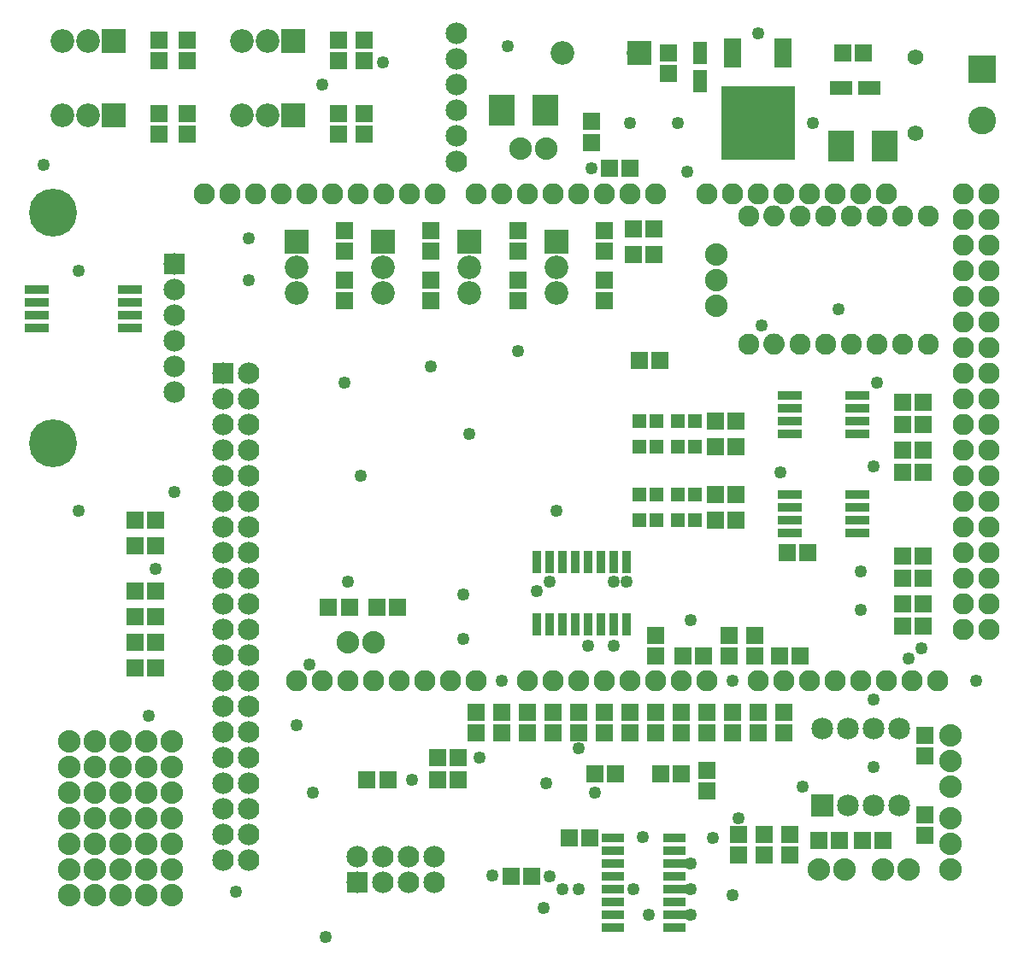
<source format=gts>
G04 MADE WITH FRITZING*
G04 WWW.FRITZING.ORG*
G04 DOUBLE SIDED*
G04 HOLES PLATED*
G04 CONTOUR ON CENTER OF CONTOUR VECTOR*
%ASAXBY*%
%FSLAX23Y23*%
%MOIN*%
%OFA0B0*%
%SFA1.0B1.0*%
%ADD10C,0.084000*%
%ADD11C,0.049370*%
%ADD12C,0.082472*%
%ADD13C,0.082445*%
%ADD14C,0.082417*%
%ADD15C,0.187165*%
%ADD16C,0.088000*%
%ADD17C,0.085000*%
%ADD18C,0.082917*%
%ADD19C,0.092000*%
%ADD20C,0.061496*%
%ADD21C,0.109055*%
%ADD22R,0.084000X0.084000*%
%ADD23R,0.065118X0.069055*%
%ADD24R,0.285591X0.285591*%
%ADD25R,0.069055X0.116299*%
%ADD26R,0.057244X0.088740*%
%ADD27R,0.069055X0.065118*%
%ADD28R,0.096614X0.033622*%
%ADD29R,0.100086X0.123708*%
%ADD30R,0.036000X0.090000*%
%ADD31R,0.096900X0.034000*%
%ADD32R,0.057244X0.053307*%
%ADD33R,0.088740X0.057244*%
%ADD34R,0.090000X0.036000*%
%ADD35R,0.085000X0.085000*%
%ADD36R,0.092000X0.092000*%
%ADD37R,0.109055X0.109055*%
%ADD38R,0.001000X0.001000*%
%LNMASK1*%
G90*
G70*
G54D10*
X1319Y482D03*
X1419Y482D03*
X1519Y482D03*
X1619Y482D03*
X1319Y382D03*
X1419Y382D03*
X1519Y382D03*
X1619Y382D03*
G54D11*
X232Y1832D03*
X3332Y832D03*
X2882Y3695D03*
X1282Y1557D03*
X532Y1607D03*
X2457Y257D03*
X2432Y558D03*
X1732Y1507D03*
X232Y2770D03*
X1907Y3645D03*
X3094Y3345D03*
X2607Y3157D03*
X894Y2895D03*
X2244Y732D03*
X2057Y770D03*
X1194Y170D03*
X1844Y408D03*
X2782Y332D03*
X2807Y632D03*
X3519Y1295D03*
X3282Y1445D03*
X1419Y3582D03*
X1332Y1970D03*
X2094Y1832D03*
X1757Y2132D03*
X1082Y995D03*
G54D12*
X2844Y2482D03*
X3544Y2982D03*
X3444Y2982D03*
X3344Y2982D03*
X3244Y2982D03*
X3144Y2982D03*
G54D13*
X3044Y2982D03*
G54D12*
X2844Y2982D03*
G54D13*
X3544Y2482D03*
G54D14*
X3444Y2482D03*
G54D13*
X3344Y2482D03*
G54D12*
X3244Y2482D03*
G54D13*
X3144Y2482D03*
G54D14*
X3044Y2482D03*
G54D11*
X2707Y557D03*
X2019Y1520D03*
X2232Y3170D03*
X2070Y407D03*
X2569Y3345D03*
X2382Y3345D03*
X607Y1907D03*
G54D10*
X607Y2794D03*
X607Y2694D03*
X607Y2594D03*
X607Y2494D03*
X607Y2394D03*
X607Y2294D03*
G54D11*
X844Y345D03*
X94Y3182D03*
X1144Y732D03*
X2394Y357D03*
X2182Y357D03*
X2119Y357D03*
X2044Y282D03*
X2620Y257D03*
X2619Y357D03*
X2619Y457D03*
X2181Y905D03*
X3469Y1257D03*
X894Y2732D03*
X3344Y2332D03*
X3282Y1595D03*
X2319Y1557D03*
X2619Y1407D03*
X1794Y870D03*
X1132Y1232D03*
X2219Y1307D03*
X2069Y1557D03*
X2319Y1307D03*
X2369Y1557D03*
X1732Y1332D03*
X3732Y1170D03*
X1532Y782D03*
G54D10*
X1707Y3695D03*
X1707Y3595D03*
X1707Y3495D03*
X1707Y3395D03*
X1707Y3295D03*
X1707Y3195D03*
X1707Y3695D03*
X1707Y3595D03*
X1707Y3495D03*
X1707Y3395D03*
X1707Y3295D03*
X1707Y3195D03*
G54D11*
X3057Y757D03*
G54D15*
X132Y2095D03*
X132Y2995D03*
G54D11*
X1607Y2395D03*
X1944Y2457D03*
X1269Y2332D03*
X1182Y3495D03*
X3332Y1095D03*
X1882Y1170D03*
X507Y1032D03*
X2782Y1170D03*
X3194Y2620D03*
X2969Y1982D03*
X3332Y2007D03*
G54D16*
X594Y332D03*
X494Y332D03*
X394Y332D03*
X294Y332D03*
X194Y332D03*
X594Y932D03*
X494Y932D03*
X394Y932D03*
X294Y932D03*
X194Y932D03*
X194Y732D03*
X294Y732D03*
X394Y732D03*
X494Y732D03*
X494Y432D03*
X494Y532D03*
X194Y432D03*
X194Y532D03*
X294Y432D03*
X294Y532D03*
X394Y432D03*
X394Y532D03*
X594Y432D03*
X594Y532D03*
X194Y832D03*
X294Y832D03*
X394Y832D03*
X494Y832D03*
X494Y632D03*
X594Y632D03*
X1382Y1320D03*
X1282Y1320D03*
X194Y632D03*
X294Y632D03*
X394Y632D03*
X594Y832D03*
X594Y732D03*
G54D11*
X2894Y2557D03*
G54D17*
X3132Y682D03*
X3132Y982D03*
X3232Y682D03*
X3232Y982D03*
X3332Y682D03*
X3332Y982D03*
X3432Y682D03*
X3432Y982D03*
G54D10*
X894Y2370D03*
X894Y2270D03*
X894Y2170D03*
X894Y2070D03*
X894Y1970D03*
X894Y1870D03*
X894Y1770D03*
X894Y1670D03*
X894Y1570D03*
X894Y1470D03*
X894Y1370D03*
X894Y1270D03*
X894Y1170D03*
X894Y1070D03*
X894Y970D03*
X894Y870D03*
X894Y770D03*
X894Y670D03*
X894Y570D03*
X894Y470D03*
X794Y2370D03*
X794Y2270D03*
X794Y2170D03*
X794Y2070D03*
X794Y1970D03*
X794Y1870D03*
X794Y1770D03*
X794Y1670D03*
X794Y1570D03*
X794Y1470D03*
X794Y1370D03*
X794Y1270D03*
X794Y1170D03*
X794Y1070D03*
X794Y970D03*
X794Y870D03*
X794Y770D03*
X794Y670D03*
X794Y570D03*
X794Y470D03*
G54D18*
X2982Y1170D03*
X1382Y1170D03*
X3082Y1170D03*
X3182Y1170D03*
X3282Y1170D03*
X3382Y1170D03*
X3682Y2570D03*
X3482Y1170D03*
X3582Y1170D03*
X1422Y3070D03*
X1982Y1170D03*
X2082Y1170D03*
X2182Y1170D03*
X2282Y1170D03*
X3682Y1770D03*
X2382Y1170D03*
X2482Y1170D03*
X2582Y1170D03*
X2682Y1170D03*
X2182Y3070D03*
X3682Y2970D03*
X3682Y2170D03*
X3682Y1370D03*
X1022Y3070D03*
X1782Y1170D03*
X1782Y3070D03*
X3682Y2770D03*
X3682Y2370D03*
X3682Y1970D03*
X3382Y3070D03*
X3682Y1570D03*
X3282Y3070D03*
X3182Y3070D03*
X3082Y3070D03*
X2982Y3070D03*
X2882Y3070D03*
X2782Y3070D03*
X2682Y3070D03*
X822Y3070D03*
X1222Y3070D03*
X1622Y3070D03*
X1182Y1170D03*
X1582Y1170D03*
X2382Y3070D03*
X1982Y3070D03*
X3682Y3070D03*
X3682Y2870D03*
X3682Y2670D03*
X3682Y2470D03*
X3682Y2270D03*
X3682Y2070D03*
X3682Y1870D03*
X3682Y1670D03*
X3682Y1470D03*
X722Y3070D03*
X922Y3070D03*
X1122Y3070D03*
X1322Y3070D03*
X1522Y3070D03*
X1082Y1170D03*
X1282Y1170D03*
X1482Y1170D03*
X1682Y1170D03*
X2482Y3070D03*
X2282Y3070D03*
X2082Y3070D03*
X1882Y3070D03*
X3782Y3070D03*
X3782Y2970D03*
X3782Y2870D03*
X3782Y2770D03*
X3782Y2670D03*
X3782Y2570D03*
X3782Y2470D03*
X3782Y2370D03*
X3782Y2270D03*
X3782Y2170D03*
X3782Y2070D03*
X3782Y1970D03*
X3782Y1870D03*
X3782Y1770D03*
X3782Y1670D03*
X3782Y1570D03*
X3782Y1470D03*
X3782Y1370D03*
X2882Y1170D03*
G54D19*
X1419Y2882D03*
X1419Y2782D03*
X1419Y2682D03*
X2094Y2882D03*
X2094Y2782D03*
X2094Y2682D03*
X1757Y2882D03*
X1757Y2782D03*
X1757Y2682D03*
X1082Y2882D03*
X1082Y2782D03*
X1082Y2682D03*
G54D16*
X3632Y432D03*
X3632Y532D03*
X3632Y632D03*
X3632Y957D03*
X3632Y857D03*
X3632Y757D03*
X2057Y3245D03*
X1957Y3245D03*
X2719Y2832D03*
X2719Y2732D03*
X2719Y2632D03*
X3119Y432D03*
X3219Y432D03*
X3469Y432D03*
X3369Y432D03*
G54D19*
X2417Y3620D03*
X2119Y3620D03*
G54D20*
X3494Y3307D03*
X3494Y3603D03*
X3494Y3307D03*
X3494Y3603D03*
G54D19*
X369Y3377D03*
X269Y3377D03*
X169Y3377D03*
X1069Y3664D03*
X969Y3664D03*
X869Y3664D03*
X369Y3664D03*
X269Y3664D03*
X169Y3664D03*
X1069Y3377D03*
X969Y3377D03*
X869Y3377D03*
G54D21*
X3757Y3557D03*
X3757Y3357D03*
G54D22*
X1319Y382D03*
G54D23*
X1207Y1457D03*
X1288Y1457D03*
G54D24*
X2882Y3345D03*
G54D25*
X2783Y3618D03*
X2980Y3618D03*
G54D26*
X2657Y3620D03*
X2657Y3510D03*
G54D27*
X2232Y3270D03*
X2232Y3351D03*
G54D23*
X2301Y3170D03*
X2382Y3170D03*
G54D28*
X432Y2595D03*
X69Y2595D03*
X432Y2545D03*
X432Y2645D03*
X432Y2695D03*
X69Y2545D03*
X69Y2645D03*
X69Y2695D03*
G54D29*
X3207Y3257D03*
X3376Y3257D03*
X1882Y3395D03*
X2051Y3395D03*
G54D22*
X607Y2794D03*
G54D30*
X2019Y1390D03*
X2069Y1390D03*
X2119Y1390D03*
X2169Y1390D03*
X2219Y1390D03*
X2269Y1390D03*
X2319Y1390D03*
X2369Y1390D03*
X2369Y1632D03*
X2319Y1632D03*
X2269Y1632D03*
X2219Y1632D03*
X2169Y1632D03*
X2119Y1632D03*
X2069Y1632D03*
X2019Y1632D03*
G54D31*
X3269Y2132D03*
X3269Y2182D03*
X3269Y2232D03*
X3269Y2282D03*
X3004Y2282D03*
X3004Y2232D03*
X3004Y2182D03*
X3004Y2132D03*
X3269Y1745D03*
X3269Y1795D03*
X3269Y1845D03*
X3269Y1895D03*
X3004Y1895D03*
X3004Y1845D03*
X3004Y1795D03*
X3004Y1745D03*
G54D32*
X2569Y1795D03*
X2636Y1795D03*
X2569Y1895D03*
X2636Y1895D03*
X2569Y2082D03*
X2636Y2082D03*
X2569Y2182D03*
X2636Y2182D03*
X2419Y1795D03*
X2486Y1795D03*
X2419Y1895D03*
X2486Y1895D03*
X2419Y2082D03*
X2486Y2082D03*
X2419Y2182D03*
X2486Y2182D03*
G54D33*
X3207Y3482D03*
X3317Y3482D03*
G54D34*
X2557Y207D03*
X2557Y257D03*
X2557Y307D03*
X2557Y357D03*
X2557Y407D03*
X2557Y457D03*
X2557Y507D03*
X2557Y557D03*
X2315Y557D03*
X2315Y507D03*
X2315Y457D03*
X2315Y407D03*
X2315Y357D03*
X2315Y307D03*
X2315Y257D03*
X2315Y207D03*
G54D23*
X2144Y557D03*
X2225Y557D03*
X532Y1220D03*
X451Y1220D03*
X532Y1520D03*
X451Y1520D03*
X2394Y2932D03*
X2475Y2932D03*
X3292Y3620D03*
X3211Y3620D03*
G54D27*
X2532Y3539D03*
X2532Y3620D03*
G54D23*
X532Y1420D03*
X451Y1420D03*
X532Y1320D03*
X451Y1320D03*
X532Y1795D03*
X451Y1795D03*
G54D27*
X1344Y3302D03*
X1344Y3382D03*
X1244Y3589D03*
X1244Y3670D03*
X1344Y3589D03*
X1344Y3670D03*
X1244Y3302D03*
X1244Y3382D03*
X657Y3589D03*
X657Y3670D03*
X544Y3589D03*
X544Y3670D03*
X657Y3302D03*
X657Y3382D03*
X544Y3302D03*
X544Y3382D03*
G54D23*
X3525Y2257D03*
X3444Y2257D03*
X3525Y1982D03*
X3444Y1982D03*
X3525Y2070D03*
X3444Y2070D03*
X3525Y2170D03*
X3444Y2170D03*
X2419Y2420D03*
X2500Y2420D03*
X3525Y1382D03*
X3444Y1382D03*
X3525Y1470D03*
X3444Y1470D03*
X3525Y1570D03*
X3444Y1570D03*
X3525Y1657D03*
X3444Y1657D03*
G54D27*
X1269Y2652D03*
X1269Y2732D03*
X1607Y2652D03*
X1607Y2732D03*
X1944Y2652D03*
X1944Y2732D03*
X2282Y2652D03*
X2282Y2732D03*
X1269Y2926D03*
X1269Y2845D03*
X1607Y2926D03*
X1607Y2845D03*
X1944Y2926D03*
X1944Y2845D03*
X2282Y2926D03*
X2282Y2845D03*
G54D23*
X2714Y2082D03*
X2794Y2082D03*
X2794Y2182D03*
X2714Y2182D03*
X1713Y782D03*
X1632Y782D03*
X2325Y807D03*
X2244Y807D03*
X532Y1695D03*
X451Y1695D03*
X2994Y1670D03*
X3075Y1670D03*
G54D27*
X2769Y1345D03*
X2769Y1264D03*
X2082Y964D03*
X2082Y1045D03*
G54D23*
X1394Y1457D03*
X1475Y1457D03*
X2475Y2832D03*
X2394Y2832D03*
G54D27*
X1982Y964D03*
X1982Y1045D03*
G54D23*
X1713Y870D03*
X1632Y870D03*
G54D27*
X1782Y1045D03*
X1782Y964D03*
G54D23*
X3044Y1266D03*
X2964Y1266D03*
G54D27*
X2482Y1264D03*
X2482Y1345D03*
X3532Y877D03*
X3532Y957D03*
G54D23*
X3289Y545D03*
X3369Y545D03*
X3200Y545D03*
X3119Y545D03*
G54D27*
X3532Y564D03*
X3532Y645D03*
X3007Y570D03*
X3007Y489D03*
X2682Y739D03*
X2682Y820D03*
G54D23*
X2501Y807D03*
X2582Y807D03*
G54D35*
X3132Y682D03*
G54D22*
X794Y2370D03*
G54D36*
X1419Y2882D03*
X2094Y2882D03*
X1757Y2882D03*
X1082Y2882D03*
X2418Y3620D03*
X369Y3377D03*
X1069Y3664D03*
X369Y3664D03*
X1069Y3377D03*
G54D37*
X3757Y3557D03*
G54D27*
X2882Y964D03*
X2882Y1045D03*
X2807Y489D03*
X2807Y570D03*
X2907Y489D03*
X2907Y570D03*
G54D23*
X1357Y782D03*
X1438Y782D03*
G54D27*
X1882Y964D03*
X1882Y1045D03*
X2182Y964D03*
X2182Y1045D03*
X2982Y964D03*
X2982Y1045D03*
X2682Y964D03*
X2682Y1045D03*
X2582Y964D03*
X2582Y1045D03*
X2782Y964D03*
X2782Y1045D03*
X2482Y964D03*
X2482Y1045D03*
X2282Y964D03*
X2282Y1045D03*
X2382Y964D03*
X2382Y1045D03*
G54D23*
X2714Y1795D03*
X2794Y1795D03*
X2794Y1895D03*
X2714Y1895D03*
X2669Y1266D03*
X2589Y1266D03*
G54D27*
X2869Y1264D03*
X2869Y1345D03*
G54D23*
X1919Y407D03*
X2000Y407D03*
G54D38*
X2943Y3024D02*
X2944Y3024D01*
X2936Y3023D02*
X2952Y3023D01*
X2932Y3022D02*
X2956Y3022D01*
X2929Y3021D02*
X2959Y3021D01*
X2927Y3020D02*
X2961Y3020D01*
X2925Y3019D02*
X2963Y3019D01*
X2923Y3018D02*
X2965Y3018D01*
X2921Y3017D02*
X2966Y3017D01*
X2920Y3016D02*
X2968Y3016D01*
X2919Y3015D02*
X2969Y3015D01*
X2917Y3014D02*
X2970Y3014D01*
X2916Y3013D02*
X2971Y3013D01*
X2915Y3012D02*
X2972Y3012D01*
X2914Y3011D02*
X2973Y3011D01*
X2913Y3010D02*
X2974Y3010D01*
X2913Y3009D02*
X2975Y3009D01*
X2912Y3008D02*
X2976Y3008D01*
X2911Y3007D02*
X2977Y3007D01*
X2910Y3006D02*
X2977Y3006D01*
X2910Y3005D02*
X2978Y3005D01*
X2909Y3004D02*
X2979Y3004D01*
X2908Y3003D02*
X2979Y3003D01*
X2908Y3002D02*
X2980Y3002D01*
X2907Y3001D02*
X2980Y3001D01*
X2907Y3000D02*
X2981Y3000D01*
X2906Y2999D02*
X2981Y2999D01*
X2906Y2998D02*
X2982Y2998D01*
X2906Y2997D02*
X2982Y2997D01*
X2905Y2996D02*
X2982Y2996D01*
X2905Y2995D02*
X2983Y2995D01*
X2905Y2994D02*
X2983Y2994D01*
X2905Y2993D02*
X2983Y2993D01*
X2904Y2992D02*
X2983Y2992D01*
X2904Y2991D02*
X2984Y2991D01*
X2904Y2990D02*
X2984Y2990D01*
X2904Y2989D02*
X2984Y2989D01*
X2904Y2988D02*
X2984Y2988D01*
X2903Y2987D02*
X2984Y2987D01*
X2903Y2986D02*
X2984Y2986D01*
X2903Y2985D02*
X2984Y2985D01*
X2903Y2984D02*
X2985Y2984D01*
X2903Y2983D02*
X2985Y2983D01*
X2903Y2982D02*
X2985Y2982D01*
X2903Y2981D02*
X2984Y2981D01*
X2903Y2980D02*
X2984Y2980D01*
X2903Y2979D02*
X2984Y2979D01*
X2904Y2978D02*
X2984Y2978D01*
X2904Y2977D02*
X2984Y2977D01*
X2904Y2976D02*
X2984Y2976D01*
X2904Y2975D02*
X2984Y2975D01*
X2904Y2974D02*
X2984Y2974D01*
X2904Y2973D02*
X2983Y2973D01*
X2905Y2972D02*
X2983Y2972D01*
X2905Y2971D02*
X2983Y2971D01*
X2905Y2970D02*
X2983Y2970D01*
X2906Y2969D02*
X2982Y2969D01*
X2906Y2968D02*
X2982Y2968D01*
X2906Y2967D02*
X2981Y2967D01*
X2907Y2966D02*
X2981Y2966D01*
X2907Y2965D02*
X2980Y2965D01*
X2908Y2964D02*
X2980Y2964D01*
X2908Y2963D02*
X2979Y2963D01*
X2909Y2962D02*
X2979Y2962D01*
X2909Y2961D02*
X2978Y2961D01*
X2910Y2960D02*
X2978Y2960D01*
X2911Y2959D02*
X2977Y2959D01*
X2912Y2958D02*
X2976Y2958D01*
X2912Y2957D02*
X2975Y2957D01*
X2913Y2956D02*
X2975Y2956D01*
X2914Y2955D02*
X2974Y2955D01*
X2915Y2954D02*
X2973Y2954D01*
X2916Y2953D02*
X2972Y2953D01*
X2917Y2952D02*
X2971Y2952D01*
X2918Y2951D02*
X2970Y2951D01*
X2920Y2950D02*
X2968Y2950D01*
X2921Y2949D02*
X2967Y2949D01*
X2922Y2948D02*
X2965Y2948D01*
X2924Y2947D02*
X2964Y2947D01*
X2926Y2946D02*
X2962Y2946D01*
X2928Y2945D02*
X2960Y2945D01*
X2931Y2944D02*
X2957Y2944D01*
X2934Y2943D02*
X2954Y2943D01*
X2939Y2942D02*
X2949Y2942D01*
X2944Y2524D02*
X2944Y2524D01*
X2936Y2523D02*
X2952Y2523D01*
X2932Y2522D02*
X2956Y2522D01*
X2929Y2521D02*
X2959Y2521D01*
X2927Y2520D02*
X2961Y2520D01*
X2925Y2519D02*
X2963Y2519D01*
X2923Y2518D02*
X2965Y2518D01*
X2921Y2517D02*
X2966Y2517D01*
X2920Y2516D02*
X2968Y2516D01*
X2919Y2515D02*
X2969Y2515D01*
X2918Y2514D02*
X2970Y2514D01*
X2916Y2513D02*
X2971Y2513D01*
X2915Y2512D02*
X2972Y2512D01*
X2914Y2511D02*
X2973Y2511D01*
X2913Y2510D02*
X2974Y2510D01*
X2913Y2509D02*
X2975Y2509D01*
X2912Y2508D02*
X2976Y2508D01*
X2911Y2507D02*
X2977Y2507D01*
X2910Y2506D02*
X2977Y2506D01*
X2910Y2505D02*
X2978Y2505D01*
X2909Y2504D02*
X2979Y2504D01*
X2909Y2503D02*
X2979Y2503D01*
X2908Y2502D02*
X2980Y2502D01*
X2907Y2501D02*
X2980Y2501D01*
X2907Y2500D02*
X2981Y2500D01*
X2906Y2499D02*
X2981Y2499D01*
X2906Y2498D02*
X2982Y2498D01*
X2906Y2497D02*
X2982Y2497D01*
X2905Y2496D02*
X2982Y2496D01*
X2905Y2495D02*
X2983Y2495D01*
X2905Y2494D02*
X2983Y2494D01*
X2905Y2493D02*
X2983Y2493D01*
X2904Y2492D02*
X2983Y2492D01*
X2904Y2491D02*
X2984Y2491D01*
X2904Y2490D02*
X2984Y2490D01*
X2904Y2489D02*
X2984Y2489D01*
X2904Y2488D02*
X2984Y2488D01*
X2903Y2487D02*
X2984Y2487D01*
X2903Y2486D02*
X2984Y2486D01*
X2903Y2485D02*
X2984Y2485D01*
X2903Y2484D02*
X2985Y2484D01*
X2903Y2483D02*
X2985Y2483D01*
X2903Y2482D02*
X2985Y2482D01*
X2903Y2481D02*
X2984Y2481D01*
X2903Y2480D02*
X2984Y2480D01*
X2903Y2479D02*
X2984Y2479D01*
X2904Y2478D02*
X2984Y2478D01*
X2904Y2477D02*
X2984Y2477D01*
X2904Y2476D02*
X2984Y2476D01*
X2904Y2475D02*
X2984Y2475D01*
X2904Y2474D02*
X2984Y2474D01*
X2904Y2473D02*
X2983Y2473D01*
X2905Y2472D02*
X2983Y2472D01*
X2905Y2471D02*
X2983Y2471D01*
X2905Y2470D02*
X2983Y2470D01*
X2906Y2469D02*
X2982Y2469D01*
X2906Y2468D02*
X2982Y2468D01*
X2906Y2467D02*
X2981Y2467D01*
X2907Y2466D02*
X2981Y2466D01*
X2907Y2465D02*
X2980Y2465D01*
X2908Y2464D02*
X2980Y2464D01*
X2908Y2463D02*
X2979Y2463D01*
X2909Y2462D02*
X2979Y2462D01*
X2910Y2461D02*
X2978Y2461D01*
X2910Y2460D02*
X2978Y2460D01*
X2911Y2459D02*
X2977Y2459D01*
X2912Y2458D02*
X2976Y2458D01*
X2912Y2457D02*
X2975Y2457D01*
X2913Y2456D02*
X2975Y2456D01*
X2914Y2455D02*
X2974Y2455D01*
X2915Y2454D02*
X2973Y2454D01*
X2916Y2453D02*
X2972Y2453D01*
X2917Y2452D02*
X2971Y2452D01*
X2918Y2451D02*
X2970Y2451D01*
X2920Y2450D02*
X2968Y2450D01*
X2921Y2449D02*
X2967Y2449D01*
X2922Y2448D02*
X2965Y2448D01*
X2924Y2447D02*
X2964Y2447D01*
X2926Y2446D02*
X2962Y2446D01*
X2928Y2445D02*
X2960Y2445D01*
X2931Y2444D02*
X2957Y2444D01*
X2934Y2443D02*
X2954Y2443D01*
X2939Y2442D02*
X2949Y2442D01*
D02*
G04 End of Mask1*
M02*
</source>
